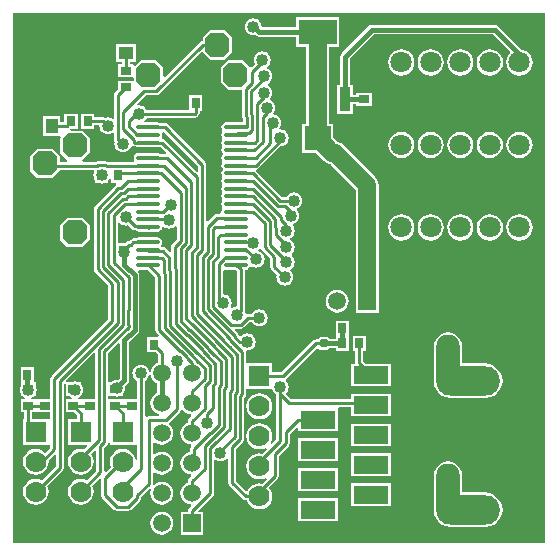
<source format=gtl>
%FSAX24Y24*%
%MOIN*%
G70*
G01*
G75*
G04 Layer_Physical_Order=1*
G04 Layer_Color=255*
%ADD10O,0.0787X0.0157*%
%ADD11R,0.0354X0.0276*%
G04:AMPARAMS|DCode=12|XSize=23.6mil|YSize=27.6mil|CornerRadius=3mil|HoleSize=0mil|Usage=FLASHONLY|Rotation=0.000|XOffset=0mil|YOffset=0mil|HoleType=Round|Shape=RoundedRectangle|*
%AMROUNDEDRECTD12*
21,1,0.0236,0.0217,0,0,0.0*
21,1,0.0177,0.0276,0,0,0.0*
1,1,0.0059,0.0089,-0.0108*
1,1,0.0059,-0.0089,-0.0108*
1,1,0.0059,-0.0089,0.0108*
1,1,0.0059,0.0089,0.0108*
%
%ADD12ROUNDEDRECTD12*%
%ADD13R,0.0276X0.0354*%
%ADD14R,0.0866X0.0787*%
%ADD15R,0.0512X0.0433*%
%ADD16R,0.0433X0.0512*%
%ADD17R,0.1181X0.0591*%
%ADD18R,0.0354X0.0827*%
%ADD19R,0.1260X0.0827*%
%ADD20C,0.0600*%
%ADD21C,0.0100*%
%ADD22C,0.0150*%
%ADD23R,0.0591X0.0591*%
%ADD24C,0.0591*%
%ADD25O,0.0787X0.2559*%
G04:AMPARAMS|DCode=26|XSize=157.5mil|YSize=118.1mil|CornerRadius=29.5mil|HoleSize=0mil|Usage=FLASHONLY|Rotation=0.000|XOffset=0mil|YOffset=0mil|HoleType=Round|Shape=RoundedRectangle|*
%AMROUNDEDRECTD26*
21,1,0.1575,0.0591,0,0,0.0*
21,1,0.0984,0.1181,0,0,0.0*
1,1,0.0591,0.0492,-0.0295*
1,1,0.0591,-0.0492,-0.0295*
1,1,0.0591,-0.0492,0.0295*
1,1,0.0591,0.0492,0.0295*
%
%ADD26ROUNDEDRECTD26*%
%ADD27O,0.0787X0.1969*%
%ADD28O,0.2126X0.0984*%
G04:AMPARAMS|DCode=29|XSize=236.2mil|YSize=98.4mil|CornerRadius=24.6mil|HoleSize=0mil|Usage=FLASHONLY|Rotation=0.000|XOffset=0mil|YOffset=0mil|HoleType=Round|Shape=RoundedRectangle|*
%AMROUNDEDRECTD29*
21,1,0.2362,0.0492,0,0,0.0*
21,1,0.1870,0.0984,0,0,0.0*
1,1,0.0492,0.0935,-0.0246*
1,1,0.0492,-0.0935,-0.0246*
1,1,0.0492,-0.0935,0.0246*
1,1,0.0492,0.0935,0.0246*
%
%ADD29ROUNDEDRECTD29*%
G04:AMPARAMS|DCode=30|XSize=82.7mil|YSize=82.7mil|CornerRadius=0mil|HoleSize=0mil|Usage=FLASHONLY|Rotation=270.000|XOffset=0mil|YOffset=0mil|HoleType=Round|Shape=Octagon|*
%AMOCTAGOND30*
4,1,8,-0.0207,-0.0413,0.0207,-0.0413,0.0413,-0.0207,0.0413,0.0207,0.0207,0.0413,-0.0207,0.0413,-0.0413,0.0207,-0.0413,-0.0207,-0.0207,-0.0413,0.0*
%
%ADD30OCTAGOND30*%

G04:AMPARAMS|DCode=31|XSize=82.7mil|YSize=82.7mil|CornerRadius=0mil|HoleSize=0mil|Usage=FLASHONLY|Rotation=180.000|XOffset=0mil|YOffset=0mil|HoleType=Round|Shape=Octagon|*
%AMOCTAGOND31*
4,1,8,-0.0413,0.0207,-0.0413,-0.0207,-0.0207,-0.0413,0.0207,-0.0413,0.0413,-0.0207,0.0413,0.0207,0.0207,0.0413,-0.0207,0.0413,-0.0413,0.0207,0.0*
%
%ADD31OCTAGOND31*%

%ADD32C,0.0709*%
%ADD33C,0.0600*%
%ADD34C,0.2500*%
%ADD35C,0.0700*%
%ADD36R,0.0700X0.0700*%
%ADD37R,0.0591X0.0591*%
%ADD38C,0.0500*%
%ADD39C,0.0400*%
G36*
X017717Y000000D02*
X000000D01*
Y017650D01*
X017717D01*
Y000000D01*
D02*
G37*
%LPC*%
G36*
X004950Y001029D02*
X004852Y001016D01*
X004761Y000978D01*
X004682Y000918D01*
X004622Y000839D01*
X004584Y000748D01*
X004571Y000650D01*
X004584Y000552D01*
X004622Y000461D01*
X004682Y000382D01*
X004761Y000322D01*
X004852Y000284D01*
X004950Y000271D01*
X005048Y000284D01*
X005139Y000322D01*
X005218Y000382D01*
X005278Y000461D01*
X005316Y000552D01*
X005329Y000650D01*
X005316Y000748D01*
X005278Y000839D01*
X005218Y000918D01*
X005139Y000978D01*
X005048Y001016D01*
X004950Y001029D01*
D02*
G37*
G36*
X010800Y008429D02*
X010702Y008416D01*
X010611Y008378D01*
X010532Y008318D01*
X010472Y008239D01*
X010434Y008148D01*
X010421Y008050D01*
X010434Y007952D01*
X010472Y007861D01*
X010532Y007782D01*
X010611Y007722D01*
X010702Y007684D01*
X010800Y007671D01*
X010898Y007684D01*
X010989Y007722D01*
X011068Y007782D01*
X011128Y007861D01*
X011166Y007952D01*
X011179Y008050D01*
X011166Y008148D01*
X011128Y008239D01*
X011068Y008318D01*
X010989Y008378D01*
X010898Y008416D01*
X010800Y008429D01*
D02*
G37*
G36*
X014490Y002712D02*
X014367Y002695D01*
X014251Y002648D01*
X014152Y002572D01*
X014076Y002473D01*
X014029Y002358D01*
X014012Y002234D01*
Y001106D01*
X014012Y001100D01*
X014012Y001094D01*
Y001053D01*
X014029Y000929D01*
X014076Y000814D01*
X014152Y000715D01*
X014178Y000695D01*
X014181Y000692D01*
X014300Y000600D01*
X014439Y000543D01*
X014589Y000523D01*
X015730D01*
X015880Y000543D01*
X016019Y000600D01*
X016138Y000692D01*
X016230Y000811D01*
X016288Y000951D01*
X016307Y001100D01*
X016288Y001249D01*
X016230Y001389D01*
X016138Y001508D01*
X016019Y001600D01*
X015880Y001657D01*
X015730Y001677D01*
X014968D01*
Y002234D01*
X014952Y002358D01*
X014904Y002473D01*
X014828Y002572D01*
X014729Y002648D01*
X014614Y002695D01*
X014490Y002712D01*
D02*
G37*
G36*
X013916Y010949D02*
X013802Y010934D01*
X013697Y010890D01*
X013606Y010820D01*
X013536Y010730D01*
X013493Y010624D01*
X013478Y010511D01*
X013493Y010397D01*
X013536Y010292D01*
X013606Y010201D01*
X013697Y010131D01*
X013802Y010087D01*
X013916Y010073D01*
X014029Y010087D01*
X014135Y010131D01*
X014226Y010201D01*
X014295Y010292D01*
X014339Y010397D01*
X014354Y010511D01*
X014339Y010624D01*
X014295Y010730D01*
X014226Y010820D01*
X014135Y010890D01*
X014029Y010934D01*
X013916Y010949D01*
D02*
G37*
G36*
X012931D02*
X012818Y010934D01*
X012712Y010890D01*
X012622Y010820D01*
X012552Y010730D01*
X012508Y010624D01*
X012493Y010511D01*
X012508Y010397D01*
X012552Y010292D01*
X012622Y010201D01*
X012712Y010131D01*
X012818Y010087D01*
X012931Y010073D01*
X013045Y010087D01*
X013151Y010131D01*
X013241Y010201D01*
X013311Y010292D01*
X013355Y010397D01*
X013370Y010511D01*
X013355Y010624D01*
X013311Y010730D01*
X013241Y010820D01*
X013151Y010890D01*
X013045Y010934D01*
X012931Y010949D01*
D02*
G37*
G36*
X002297Y010838D02*
X001803D01*
X001557Y010591D01*
Y010098D01*
X001803Y009851D01*
X002297D01*
X002543Y010098D01*
Y010591D01*
X002297Y010838D01*
D02*
G37*
G36*
X010835Y001481D02*
X009494D01*
Y000731D01*
X010835D01*
Y001481D01*
D02*
G37*
G36*
X012606Y002981D02*
X011265D01*
Y002231D01*
X012606D01*
Y002981D01*
D02*
G37*
G36*
X010450Y003482D02*
X010441Y003481D01*
X009494D01*
Y002731D01*
X010835D01*
Y003481D01*
X010459D01*
X010450Y003482D01*
D02*
G37*
G36*
X012606Y003969D02*
X011265D01*
Y003219D01*
X012606D01*
Y003969D01*
D02*
G37*
G36*
X010835Y002481D02*
X009494D01*
Y001731D01*
X010835D01*
Y002481D01*
D02*
G37*
G36*
X012606Y001981D02*
X011265D01*
Y001231D01*
X012606D01*
Y001981D01*
D02*
G37*
G36*
X011742Y006904D02*
X011307D01*
Y006390D01*
X011392D01*
Y006006D01*
X011362Y005969D01*
X011265D01*
Y005219D01*
X012606D01*
Y005969D01*
X011748D01*
X011657Y006060D01*
Y006390D01*
X011742D01*
Y006904D01*
D02*
G37*
G36*
X014490Y007012D02*
X014367Y006995D01*
X014251Y006948D01*
X014152Y006872D01*
X014076Y006773D01*
X014029Y006658D01*
X014012Y006534D01*
Y005406D01*
X014012Y005400D01*
X014012Y005394D01*
Y005353D01*
X014029Y005229D01*
X014076Y005114D01*
X014152Y005015D01*
X014178Y004995D01*
X014181Y004992D01*
X014300Y004900D01*
X014439Y004843D01*
X014589Y004823D01*
X015730D01*
X015880Y004843D01*
X016019Y004900D01*
X016138Y004992D01*
X016230Y005111D01*
X016288Y005251D01*
X016307Y005400D01*
X016288Y005549D01*
X016230Y005689D01*
X016138Y005808D01*
X016019Y005900D01*
X015880Y005957D01*
X015730Y005977D01*
X014968D01*
Y006534D01*
X014952Y006658D01*
X014904Y006773D01*
X014828Y006872D01*
X014729Y006948D01*
X014614Y006995D01*
X014490Y007012D01*
D02*
G37*
G36*
X014900Y010949D02*
X014787Y010934D01*
X014681Y010890D01*
X014590Y010820D01*
X014521Y010730D01*
X014477Y010624D01*
X014462Y010511D01*
X014477Y010397D01*
X014521Y010292D01*
X014590Y010201D01*
X014681Y010131D01*
X014787Y010087D01*
X014900Y010073D01*
X015013Y010087D01*
X015119Y010131D01*
X015210Y010201D01*
X015279Y010292D01*
X015323Y010397D01*
X015338Y010511D01*
X015323Y010624D01*
X015279Y010730D01*
X015210Y010820D01*
X015119Y010890D01*
X015013Y010934D01*
X014900Y010949D01*
D02*
G37*
G36*
X013916Y016449D02*
X013802Y016434D01*
X013697Y016390D01*
X013606Y016320D01*
X013536Y016230D01*
X013493Y016124D01*
X013478Y016011D01*
X013493Y015897D01*
X013536Y015792D01*
X013606Y015701D01*
X013697Y015631D01*
X013802Y015587D01*
X013916Y015573D01*
X014029Y015587D01*
X014135Y015631D01*
X014226Y015701D01*
X014295Y015792D01*
X014339Y015897D01*
X014354Y016011D01*
X014339Y016124D01*
X014295Y016230D01*
X014226Y016320D01*
X014135Y016390D01*
X014029Y016434D01*
X013916Y016449D01*
D02*
G37*
G36*
X012931D02*
X012818Y016434D01*
X012712Y016390D01*
X012622Y016320D01*
X012552Y016230D01*
X012508Y016124D01*
X012493Y016011D01*
X012508Y015897D01*
X012552Y015792D01*
X012622Y015701D01*
X012712Y015631D01*
X012818Y015587D01*
X012931Y015573D01*
X013045Y015587D01*
X013151Y015631D01*
X013241Y015701D01*
X013311Y015792D01*
X013355Y015897D01*
X013370Y016011D01*
X013355Y016124D01*
X013311Y016230D01*
X013241Y016320D01*
X013151Y016390D01*
X013045Y016434D01*
X012931Y016449D01*
D02*
G37*
G36*
X007052Y017093D02*
X006559D01*
X006312Y016847D01*
Y016733D01*
X006309D01*
X006259Y016722D01*
X006216Y016694D01*
X005045Y015523D01*
X004999Y015542D01*
Y015847D01*
X004752Y016093D01*
X004259D01*
X004054Y015889D01*
X004004Y015909D01*
Y015945D01*
X003883D01*
Y016029D01*
X004086D01*
Y016623D01*
X003414D01*
Y016029D01*
X003617D01*
Y015945D01*
X003490D01*
Y015509D01*
X003962D01*
X004004Y015509D01*
X004012Y015462D01*
Y015440D01*
X004004Y015393D01*
X003988Y015393D01*
X003490D01*
Y015106D01*
X003396Y015012D01*
X003368Y014969D01*
X003357Y014919D01*
Y014157D01*
X003307Y014132D01*
X003291Y014145D01*
X003223Y014173D01*
X003150Y014182D01*
X003077Y014173D01*
X003059Y014166D01*
X003054Y014169D01*
X003003Y014179D01*
X002692D01*
Y014304D01*
X002257D01*
Y013790D01*
X002692D01*
Y013914D01*
X002855D01*
X002868Y013900D01*
X002877Y013827D01*
X002905Y013759D01*
X002950Y013700D01*
X003009Y013655D01*
X003077Y013627D01*
X003150Y013618D01*
X003223Y013627D01*
X003291Y013655D01*
X003307Y013668D01*
X003357Y013643D01*
Y013440D01*
X003368Y013389D01*
X003378Y013374D01*
X003377Y013373D01*
X003368Y013300D01*
X003377Y013227D01*
X003405Y013159D01*
X003450Y013100D01*
X003509Y013055D01*
X003577Y013027D01*
X003650Y013018D01*
X003723Y013027D01*
X003791Y013055D01*
X003850Y013100D01*
X003895Y013159D01*
X003913Y013203D01*
X003964Y013224D01*
X003973Y013223D01*
X003979Y013219D01*
X004030Y013209D01*
X004091D01*
X004116Y013192D01*
X004178Y013179D01*
X004808D01*
X004870Y013192D01*
X004896Y013209D01*
X004904D01*
X005100Y013012D01*
X005080Y012962D01*
X004896D01*
X004870Y012979D01*
X004808Y012991D01*
X004178D01*
X004116Y012979D01*
X004064Y012944D01*
X004029Y012891D01*
X004017Y012830D01*
X004029Y012768D01*
X004036Y012756D01*
X004010Y012706D01*
X003131D01*
X003084Y012716D01*
X002810D01*
X002762Y012706D01*
X002309D01*
X002302Y012756D01*
X002543Y012998D01*
Y013491D01*
X002297Y013738D01*
X001918D01*
X001893Y013788D01*
X001894Y013790D01*
X002141D01*
Y014304D01*
X001705D01*
Y014033D01*
X001571D01*
Y014236D01*
X000977D01*
Y013564D01*
X001522D01*
X001522D01*
X001525Y013564D01*
X001544D01*
X001579Y013522D01*
X001578Y013513D01*
X001578Y013512D01*
X001557Y013491D01*
Y012998D01*
X001798Y012756D01*
X001791Y012706D01*
X001543D01*
Y012891D01*
X001297Y013138D01*
X000803D01*
X000557Y012891D01*
Y012398D01*
X000803Y012151D01*
X001297D01*
X001543Y012398D01*
Y012441D01*
X002684D01*
X002702Y012394D01*
X002674Y012326D01*
X002664Y012253D01*
X002674Y012180D01*
X002702Y012112D01*
X002708Y012105D01*
Y011996D01*
X002836D01*
X002874Y011980D01*
X002947Y011971D01*
X003020Y011980D01*
X003058Y011996D01*
X003143D01*
Y012051D01*
X003147Y012053D01*
X003191Y012112D01*
X003209Y012154D01*
X003259Y012144D01*
Y011996D01*
X003422D01*
X003437Y011946D01*
X003410Y011928D01*
X002716Y011234D01*
X002688Y011191D01*
X002677Y011140D01*
Y009114D01*
X002688Y009064D01*
X002716Y009021D01*
X003169Y008568D01*
Y007985D01*
X003167Y007976D01*
Y007455D01*
X001276Y005564D01*
X001248Y005521D01*
X001237Y005470D01*
Y004791D01*
X000796D01*
Y004791D01*
X000760D01*
Y004791D01*
X000616D01*
X000606Y004841D01*
X000641Y004855D01*
X000700Y004900D01*
X000705Y004907D01*
X000760D01*
Y004997D01*
X000773Y005027D01*
X000782Y005100D01*
X000773Y005173D01*
X000760Y005203D01*
Y005342D01*
X000691D01*
Y005854D01*
X000255D01*
Y005342D01*
X000246D01*
Y005218D01*
X000227Y005173D01*
X000218Y005100D01*
X000227Y005027D01*
X000246Y004982D01*
Y004907D01*
X000295D01*
X000300Y004900D01*
X000359Y004855D01*
X000394Y004841D01*
X000384Y004791D01*
X000246D01*
Y004355D01*
X000371D01*
Y004130D01*
X000320D01*
Y003270D01*
X001180D01*
Y004130D01*
X000636D01*
Y004355D01*
X000760D01*
Y004355D01*
X000796D01*
Y004355D01*
X001237D01*
Y003175D01*
X001068Y003006D01*
X001057Y003007D01*
X000967Y003076D01*
X000862Y003119D01*
X000750Y003134D01*
X000638Y003119D01*
X000533Y003076D01*
X000443Y003007D01*
X000374Y002917D01*
X000331Y002812D01*
X000316Y002700D01*
X000331Y002588D01*
X000374Y002483D01*
X000443Y002393D01*
X000533Y002324D01*
X000638Y002281D01*
X000750Y002266D01*
X000862Y002281D01*
X000967Y002324D01*
X001057Y002393D01*
X001126Y002483D01*
X001169Y002588D01*
X001184Y002700D01*
X001178Y002741D01*
X001371Y002934D01*
X001417Y002915D01*
Y002555D01*
X000947Y002084D01*
X000862Y002119D01*
X000750Y002134D01*
X000638Y002119D01*
X000533Y002076D01*
X000443Y002007D01*
X000374Y001917D01*
X000331Y001812D01*
X000316Y001700D01*
X000331Y001588D01*
X000374Y001483D01*
X000443Y001393D01*
X000533Y001324D01*
X000638Y001281D01*
X000750Y001266D01*
X000862Y001281D01*
X000967Y001324D01*
X001057Y001393D01*
X001126Y001483D01*
X001169Y001588D01*
X001184Y001700D01*
X001169Y001812D01*
X001134Y001897D01*
X001644Y002406D01*
X001672Y002449D01*
X001683Y002500D01*
Y005317D01*
X001696Y005324D01*
X001746Y005294D01*
Y005293D01*
Y005293D01*
Y004907D01*
X001845D01*
X001850Y004900D01*
X001909Y004855D01*
X001944Y004841D01*
X001934Y004791D01*
X001746D01*
Y004355D01*
X002033D01*
X002117Y004271D01*
Y004130D01*
X001820D01*
Y003270D01*
X002451D01*
X002470Y003224D01*
X002364Y003118D01*
X002362Y003119D01*
X002250Y003134D01*
X002138Y003119D01*
X002033Y003076D01*
X001943Y003007D01*
X001874Y002917D01*
X001831Y002812D01*
X001816Y002700D01*
X001831Y002588D01*
X001874Y002483D01*
X001943Y002393D01*
X002033Y002324D01*
X002138Y002281D01*
X002250Y002266D01*
X002362Y002281D01*
X002467Y002324D01*
X002557Y002393D01*
X002626Y002483D01*
X002669Y002588D01*
X002684Y002700D01*
X002669Y002812D01*
X002626Y002917D01*
X002588Y002966D01*
X002721Y003100D01*
X002767Y003081D01*
Y002405D01*
X002447Y002084D01*
X002362Y002119D01*
X002250Y002134D01*
X002138Y002119D01*
X002033Y002076D01*
X001943Y002007D01*
X001874Y001917D01*
X001831Y001812D01*
X001816Y001700D01*
X001831Y001588D01*
X001874Y001483D01*
X001943Y001393D01*
X002033Y001324D01*
X002138Y001281D01*
X002250Y001266D01*
X002362Y001281D01*
X002467Y001324D01*
X002557Y001393D01*
X002626Y001483D01*
X002669Y001588D01*
X002684Y001700D01*
X002669Y001812D01*
X002634Y001897D01*
X002867Y002130D01*
X002917Y002109D01*
Y001600D01*
X002928Y001549D01*
X002956Y001506D01*
X003356Y001106D01*
X003399Y001078D01*
X003450Y001067D01*
X003829D01*
X003880Y001078D01*
X003923Y001106D01*
X004224Y001407D01*
X004252Y001450D01*
X004263Y001501D01*
Y001525D01*
X004562Y001825D01*
X004604Y001796D01*
X004584Y001748D01*
X004571Y001650D01*
X004584Y001552D01*
X004622Y001461D01*
X004682Y001382D01*
X004761Y001322D01*
X004852Y001284D01*
X004950Y001271D01*
X005048Y001284D01*
X005139Y001322D01*
X005218Y001382D01*
X005278Y001461D01*
X005316Y001552D01*
X005329Y001650D01*
X005316Y001748D01*
X005278Y001839D01*
X005218Y001918D01*
X005139Y001978D01*
X005048Y002016D01*
X004950Y002029D01*
X004852Y002016D01*
X004761Y001978D01*
X004700Y001931D01*
X004654Y001959D01*
X004657Y001975D01*
Y002339D01*
X004707Y002363D01*
X004761Y002322D01*
X004852Y002284D01*
X004950Y002271D01*
X005048Y002284D01*
X005139Y002322D01*
X005218Y002382D01*
X005278Y002461D01*
X005316Y002552D01*
X005329Y002650D01*
X005316Y002748D01*
X005278Y002839D01*
X005218Y002918D01*
X005139Y002978D01*
X005048Y003016D01*
X004950Y003029D01*
X004852Y003016D01*
X004761Y002978D01*
X004707Y002937D01*
X004657Y002961D01*
Y003339D01*
X004707Y003363D01*
X004761Y003322D01*
X004852Y003284D01*
X004950Y003271D01*
X005048Y003284D01*
X005139Y003322D01*
X005218Y003382D01*
X005278Y003461D01*
X005316Y003552D01*
X005329Y003650D01*
X005316Y003748D01*
X005278Y003839D01*
X005218Y003918D01*
X005187Y003941D01*
X005189Y004003D01*
X005194Y004006D01*
X005544Y004356D01*
X005572Y004399D01*
X005580Y004438D01*
X005584Y004440D01*
X005619Y004449D01*
X005632Y004448D01*
X005682Y004382D01*
X005761Y004322D01*
X005852Y004284D01*
X005919Y004276D01*
X005937Y004223D01*
X005856Y004142D01*
X005828Y004099D01*
X005817Y004049D01*
Y004001D01*
X005761Y003978D01*
X005682Y003918D01*
X005622Y003839D01*
X005584Y003748D01*
X005571Y003650D01*
X005584Y003552D01*
X005622Y003461D01*
X005682Y003382D01*
X005761Y003322D01*
X005852Y003284D01*
X005919Y003276D01*
X005937Y003223D01*
X005922Y003208D01*
X005893Y003165D01*
X005883Y003114D01*
Y003020D01*
X005852Y003016D01*
X005761Y002978D01*
X005682Y002918D01*
X005622Y002839D01*
X005584Y002748D01*
X005571Y002650D01*
X005584Y002552D01*
X005622Y002461D01*
X005682Y002382D01*
X005761Y002322D01*
X005852Y002284D01*
X005919Y002276D01*
X005937Y002223D01*
X005856Y002142D01*
X005828Y002099D01*
X005817Y002049D01*
Y002001D01*
X005761Y001978D01*
X005682Y001918D01*
X005622Y001839D01*
X005584Y001748D01*
X005571Y001650D01*
X005584Y001552D01*
X005622Y001461D01*
X005682Y001382D01*
X005761Y001322D01*
X005852Y001284D01*
X005919Y001276D01*
X005937Y001223D01*
X005856Y001142D01*
X005828Y001099D01*
X005817Y001049D01*
Y001025D01*
X005575D01*
Y000275D01*
X006325D01*
Y001025D01*
X006179D01*
X006160Y001071D01*
X006649Y001560D01*
X006678Y001603D01*
X006688Y001654D01*
Y002747D01*
X006738Y002772D01*
X006759Y002755D01*
X006827Y002727D01*
X006900Y002718D01*
X006973Y002727D01*
X007041Y002755D01*
X007100Y002800D01*
X007117Y002823D01*
X007167Y002806D01*
Y002000D01*
X007178Y001949D01*
X007206Y001906D01*
X007656Y001456D01*
X007699Y001428D01*
X007750Y001417D01*
X007789D01*
X007824Y001333D01*
X007893Y001243D01*
X007983Y001174D01*
X008088Y001131D01*
X008200Y001116D01*
X008312Y001131D01*
X008417Y001174D01*
X008507Y001243D01*
X008576Y001333D01*
X008619Y001438D01*
X008634Y001550D01*
X008619Y001662D01*
X008576Y001767D01*
X008523Y001835D01*
X008804Y002116D01*
X008832Y002159D01*
X008843Y002210D01*
Y002901D01*
X009174Y003232D01*
X009202Y003275D01*
X009213Y003325D01*
Y003625D01*
X009447Y003860D01*
X009494Y003841D01*
Y003731D01*
X010835D01*
Y004481D01*
X010868Y004517D01*
X011265D01*
Y004219D01*
X012606D01*
Y004969D01*
X011265D01*
Y004783D01*
X009255D01*
X009091Y004946D01*
X009094Y004996D01*
X009100Y005000D01*
X009145Y005059D01*
X009173Y005127D01*
X009182Y005200D01*
X009173Y005273D01*
X009145Y005341D01*
X009100Y005400D01*
X009089Y005408D01*
X009096Y005466D01*
X010107Y006478D01*
X010170Y006470D01*
X010175Y006463D01*
X010211Y006439D01*
X010254Y006430D01*
X010431D01*
X010473Y006439D01*
X010510Y006463D01*
X010527Y006489D01*
X010755D01*
Y006390D01*
X011191D01*
Y006890D01*
Y007404D01*
X010755D01*
Y006890D01*
Y006805D01*
X010531D01*
X010510Y006837D01*
X010473Y006861D01*
X010431Y006870D01*
X010254D01*
X010211Y006861D01*
X010175Y006837D01*
X010150Y006801D01*
X010147Y006783D01*
X010092D01*
X010041Y006772D01*
X009998Y006744D01*
X008937Y005683D01*
X008630D01*
Y005980D01*
X007770D01*
X007768Y006029D01*
Y006348D01*
X007763Y006372D01*
X007800Y006417D01*
X007801Y006418D01*
X007873Y006427D01*
X007941Y006455D01*
X008000Y006500D01*
X008045Y006559D01*
X008073Y006627D01*
X008082Y006700D01*
X008073Y006773D01*
X008045Y006841D01*
X008000Y006900D01*
X007941Y006945D01*
X007873Y006973D01*
X007800Y006982D01*
X007727Y006973D01*
X007659Y006945D01*
X007600Y006900D01*
X007592Y006889D01*
X007542Y006886D01*
X007528Y006900D01*
X007522Y006929D01*
X007494Y006972D01*
X007375Y007091D01*
X007394Y007137D01*
X007587D01*
X007637Y007148D01*
X007680Y007176D01*
X007872Y007367D01*
X007952D01*
X007955Y007359D01*
X008000Y007300D01*
X008059Y007255D01*
X008127Y007227D01*
X008200Y007218D01*
X008273Y007227D01*
X008341Y007255D01*
X008400Y007300D01*
X008445Y007359D01*
X008473Y007427D01*
X008482Y007500D01*
X008473Y007573D01*
X008445Y007641D01*
X008400Y007700D01*
X008341Y007745D01*
X008273Y007773D01*
X008200Y007782D01*
X008127Y007773D01*
X008059Y007745D01*
X008000Y007700D01*
X007955Y007641D01*
X007952Y007633D01*
X007817D01*
X007780Y007625D01*
X007726Y007651D01*
X007723Y007673D01*
X007712Y007700D01*
X007719Y007737D01*
Y009085D01*
X007722D01*
X007784Y009097D01*
X007836Y009132D01*
X007871Y009185D01*
X007875Y009206D01*
X007931Y009227D01*
X007959Y009205D01*
X008027Y009177D01*
X008100Y009168D01*
X008173Y009177D01*
X008241Y009205D01*
X008300Y009250D01*
X008345Y009309D01*
X008373Y009377D01*
X008382Y009450D01*
X008373Y009523D01*
X008345Y009591D01*
X008300Y009650D01*
X008241Y009695D01*
X008173Y009723D01*
X008161Y009775D01*
X008194Y009800D01*
X008204Y009812D01*
X008257Y009800D01*
X008258Y009798D01*
X008286Y009755D01*
X008567Y009474D01*
Y009200D01*
X008578Y009149D01*
X008606Y009106D01*
X008781Y008932D01*
X008777Y008923D01*
X008768Y008850D01*
X008777Y008777D01*
X008805Y008709D01*
X008850Y008650D01*
X008909Y008605D01*
X008977Y008577D01*
X009050Y008568D01*
X009123Y008577D01*
X009191Y008605D01*
X009250Y008650D01*
X009295Y008709D01*
X009323Y008777D01*
X009332Y008850D01*
X009323Y008923D01*
X009295Y008991D01*
X009250Y009050D01*
X009240Y009057D01*
X009250Y009112D01*
X009300Y009150D01*
X009345Y009209D01*
X009373Y009277D01*
X009382Y009350D01*
X009373Y009423D01*
X009345Y009491D01*
X009300Y009550D01*
X009275Y009568D01*
Y009632D01*
X009300Y009650D01*
X009345Y009709D01*
X009373Y009777D01*
X009382Y009850D01*
X009373Y009923D01*
X009345Y009991D01*
X009300Y010050D01*
X009241Y010095D01*
X009233Y010098D01*
Y010152D01*
X009241Y010155D01*
X009300Y010200D01*
X009345Y010259D01*
X009373Y010327D01*
X009382Y010400D01*
X009373Y010473D01*
X009345Y010541D01*
X009318Y010576D01*
X009320Y010595D01*
X009336Y010632D01*
X009391Y010655D01*
X009450Y010700D01*
X009495Y010759D01*
X009523Y010827D01*
X009532Y010900D01*
X009523Y010973D01*
X009495Y011041D01*
X009459Y011088D01*
X009463Y011130D01*
X009470Y011147D01*
X009491Y011155D01*
X009550Y011200D01*
X009595Y011259D01*
X009623Y011327D01*
X009632Y011400D01*
X009623Y011473D01*
X009595Y011541D01*
X009550Y011600D01*
X009491Y011645D01*
X009423Y011673D01*
X009350Y011682D01*
X009277Y011673D01*
X009209Y011645D01*
X009150Y011600D01*
X009105Y011541D01*
X009102Y011533D01*
X008955D01*
X008093Y012394D01*
X008108Y012448D01*
X008124Y012451D01*
X008167Y012480D01*
X008906Y013218D01*
X008973Y013227D01*
X009041Y013255D01*
X009100Y013300D01*
X009145Y013359D01*
X009173Y013427D01*
X009182Y013500D01*
X009173Y013573D01*
X009145Y013641D01*
X009100Y013700D01*
X009041Y013745D01*
X008973Y013773D01*
X008900Y013782D01*
X008899Y013782D01*
X008872Y013829D01*
X008895Y013859D01*
X008923Y013927D01*
X008932Y014000D01*
X008923Y014073D01*
X008895Y014141D01*
X008850Y014200D01*
X008791Y014245D01*
X008723Y014273D01*
X008695Y014277D01*
X008672Y014330D01*
X008695Y014359D01*
X008723Y014427D01*
X008732Y014500D01*
X008723Y014573D01*
X008695Y014641D01*
X008650Y014700D01*
X008591Y014745D01*
X008570Y014753D01*
X008563Y014770D01*
X008559Y014812D01*
X008595Y014859D01*
X008623Y014927D01*
X008632Y015000D01*
X008623Y015073D01*
X008595Y015141D01*
X008550Y015200D01*
X008491Y015245D01*
X008483Y015248D01*
Y015302D01*
X008491Y015305D01*
X008550Y015350D01*
X008595Y015409D01*
X008623Y015477D01*
X008632Y015550D01*
X008623Y015623D01*
X008595Y015691D01*
X008550Y015750D01*
X008491Y015795D01*
X008458Y015808D01*
X008453Y015824D01*
X008453Y015865D01*
X008500Y015900D01*
X008545Y015959D01*
X008573Y016027D01*
X008582Y016100D01*
X008573Y016173D01*
X008545Y016241D01*
X008500Y016300D01*
X008441Y016345D01*
X008373Y016373D01*
X008300Y016382D01*
X008227Y016373D01*
X008159Y016345D01*
X008100Y016300D01*
X008055Y016241D01*
X008027Y016173D01*
X008018Y016100D01*
X008027Y016027D01*
X008055Y015959D01*
X007947Y015851D01*
X007889Y015856D01*
X007652Y016093D01*
X007159D01*
X006912Y015847D01*
Y015353D01*
X007159Y015107D01*
X007627D01*
Y014214D01*
X007638Y014163D01*
X007647Y014149D01*
Y014015D01*
X007092D01*
X007030Y014003D01*
X006977Y013968D01*
X006942Y013915D01*
X006930Y013853D01*
X006942Y013791D01*
X006962Y013762D01*
X006973Y013725D01*
X006962Y013689D01*
X006942Y013659D01*
X006930Y013597D01*
X006942Y013535D01*
X006962Y013506D01*
X006973Y013469D01*
X006962Y013433D01*
X006942Y013403D01*
X006930Y013341D01*
X006942Y013279D01*
X006962Y013250D01*
X006973Y013213D01*
X006962Y013177D01*
X006942Y013147D01*
X006930Y013085D01*
X006942Y013024D01*
X006977Y012971D01*
Y012944D01*
X006942Y012891D01*
X006930Y012830D01*
X006942Y012768D01*
X006962Y012738D01*
X006973Y012702D01*
X006962Y012665D01*
X006942Y012636D01*
X006930Y012574D01*
X006942Y012512D01*
X006977Y012459D01*
Y012432D01*
X006942Y012380D01*
X006930Y012318D01*
X006942Y012256D01*
X006962Y012226D01*
X006973Y012190D01*
X006962Y012153D01*
X006942Y012124D01*
X006930Y012062D01*
X006942Y012000D01*
X006962Y011970D01*
X006973Y011934D01*
X006962Y011897D01*
X006942Y011868D01*
X006930Y011806D01*
X006942Y011744D01*
X006962Y011714D01*
X006973Y011678D01*
X006962Y011642D01*
X006942Y011612D01*
X006930Y011550D01*
X006942Y011488D01*
X006962Y011458D01*
X006973Y011422D01*
X006962Y011386D01*
X006942Y011356D01*
X006930Y011294D01*
X006942Y011232D01*
X006962Y011203D01*
X006973Y011166D01*
X006962Y011130D01*
X006942Y011100D01*
X006930Y011038D01*
X006933Y011023D01*
X006892Y010973D01*
X006785D01*
X006735Y010962D01*
X006692Y010934D01*
X006479Y010721D01*
X006433Y010740D01*
Y012600D01*
X006422Y012651D01*
X006394Y012694D01*
X005141Y013947D01*
X005098Y013976D01*
X005047Y013986D01*
X004896D01*
X004870Y014003D01*
X004808Y014015D01*
X004369D01*
X004354Y014065D01*
X004400Y014100D01*
X004445Y014159D01*
X004448Y014167D01*
X006050D01*
X006101Y014178D01*
X006144Y014206D01*
X006170Y014233D01*
X006199Y014276D01*
X006209Y014327D01*
Y014396D01*
X006295D01*
Y014910D01*
X005859D01*
Y014433D01*
X004448D01*
X004445Y014441D01*
X004400Y014500D01*
X004341Y014545D01*
X004273Y014573D01*
X004200Y014582D01*
X004132Y014573D01*
X004128Y014577D01*
X004118Y014631D01*
X004412Y014924D01*
X004766D01*
X004817Y014934D01*
X004860Y014963D01*
X006268Y016371D01*
X006312Y016353D01*
X006559Y016107D01*
X007052D01*
X007299Y016353D01*
Y016847D01*
X007052Y017093D01*
D02*
G37*
G36*
X014900Y016449D02*
X014787Y016434D01*
X014681Y016390D01*
X014590Y016320D01*
X014521Y016230D01*
X014477Y016124D01*
X014462Y016011D01*
X014477Y015897D01*
X014521Y015792D01*
X014590Y015701D01*
X014681Y015631D01*
X014787Y015587D01*
X014900Y015573D01*
X015013Y015587D01*
X015119Y015631D01*
X015210Y015701D01*
X015279Y015792D01*
X015323Y015897D01*
X015338Y016011D01*
X015323Y016124D01*
X015279Y016230D01*
X015210Y016320D01*
X015119Y016390D01*
X015013Y016434D01*
X014900Y016449D01*
D02*
G37*
G36*
X010860Y017515D02*
X009440D01*
Y017180D01*
X008300D01*
X008282Y017200D01*
X008273Y017273D01*
X008245Y017341D01*
X008200Y017400D01*
X008141Y017445D01*
X008073Y017473D01*
X008000Y017482D01*
X007927Y017473D01*
X007859Y017445D01*
X007800Y017400D01*
X007755Y017341D01*
X007727Y017273D01*
X007718Y017200D01*
X007727Y017127D01*
X007755Y017059D01*
X007800Y017000D01*
X007859Y016955D01*
X007927Y016927D01*
X008000Y016918D01*
X008052Y016924D01*
X008066Y016910D01*
X008117Y016876D01*
X008178Y016864D01*
X009440D01*
Y016529D01*
X009767D01*
Y014778D01*
Y013954D01*
X009637D01*
Y013006D01*
X010082D01*
X010365Y012723D01*
X010445Y012662D01*
X010472Y012651D01*
X010537Y012624D01*
X010573Y012619D01*
X011417Y011775D01*
Y008050D01*
X011425Y007989D01*
Y007675D01*
X011739D01*
X011800Y007667D01*
X011861Y007675D01*
X012175D01*
Y007989D01*
X012183Y008050D01*
Y011934D01*
X012170Y012033D01*
X012132Y012126D01*
X012071Y012205D01*
X011012Y013265D01*
X010932Y013326D01*
X010840Y013364D01*
X010803Y013369D01*
X010663Y013509D01*
Y013954D01*
X010533D01*
Y014778D01*
Y016529D01*
X010860D01*
Y017515D01*
D02*
G37*
G36*
X016050Y017258D02*
X011950D01*
X011890Y017246D01*
X011838Y017212D01*
X010944Y016317D01*
X010910Y016266D01*
X010897Y016206D01*
Y015271D01*
X010798D01*
Y014285D01*
X011313D01*
Y014620D01*
X011440D01*
Y014559D01*
X011954D01*
Y014995D01*
X011440D01*
Y014936D01*
X011313D01*
Y015271D01*
X011214D01*
Y016140D01*
X012015Y016942D01*
X015985D01*
X016562Y016365D01*
X016559Y016320D01*
X016489Y016230D01*
X016445Y016124D01*
X016430Y016011D01*
X016445Y015897D01*
X016489Y015792D01*
X016559Y015701D01*
X016649Y015631D01*
X016755Y015587D01*
X016869Y015573D01*
X016982Y015587D01*
X017088Y015631D01*
X017178Y015701D01*
X017248Y015792D01*
X017292Y015897D01*
X017307Y016011D01*
X017292Y016124D01*
X017248Y016230D01*
X017178Y016320D01*
X017088Y016390D01*
X016982Y016434D01*
X016933Y016440D01*
X016162Y017212D01*
X016110Y017246D01*
X016050Y017258D01*
D02*
G37*
G36*
X015884Y016449D02*
X015771Y016434D01*
X015665Y016390D01*
X015574Y016320D01*
X015505Y016230D01*
X015461Y016124D01*
X015446Y016011D01*
X015461Y015897D01*
X015505Y015792D01*
X015574Y015701D01*
X015665Y015631D01*
X015771Y015587D01*
X015884Y015573D01*
X015998Y015587D01*
X016103Y015631D01*
X016194Y015701D01*
X016264Y015792D01*
X016307Y015897D01*
X016322Y016011D01*
X016307Y016124D01*
X016264Y016230D01*
X016194Y016320D01*
X016103Y016390D01*
X015998Y016434D01*
X015884Y016449D01*
D02*
G37*
G36*
X012931Y013699D02*
X012818Y013684D01*
X012712Y013640D01*
X012622Y013570D01*
X012552Y013480D01*
X012508Y013374D01*
X012493Y013261D01*
X012508Y013147D01*
X012552Y013042D01*
X012622Y012951D01*
X012712Y012881D01*
X012818Y012837D01*
X012931Y012823D01*
X013045Y012837D01*
X013151Y012881D01*
X013241Y012951D01*
X013311Y013042D01*
X013355Y013147D01*
X013370Y013261D01*
X013355Y013374D01*
X013311Y013480D01*
X013241Y013570D01*
X013151Y013640D01*
X013045Y013684D01*
X012931Y013699D01*
D02*
G37*
G36*
X016869Y010949D02*
X016755Y010934D01*
X016649Y010890D01*
X016559Y010820D01*
X016489Y010730D01*
X016445Y010624D01*
X016430Y010511D01*
X016445Y010397D01*
X016489Y010292D01*
X016559Y010201D01*
X016649Y010131D01*
X016755Y010087D01*
X016869Y010073D01*
X016982Y010087D01*
X017088Y010131D01*
X017178Y010201D01*
X017248Y010292D01*
X017292Y010397D01*
X017307Y010511D01*
X017292Y010624D01*
X017248Y010730D01*
X017178Y010820D01*
X017088Y010890D01*
X016982Y010934D01*
X016869Y010949D01*
D02*
G37*
G36*
X015884D02*
X015771Y010934D01*
X015665Y010890D01*
X015574Y010820D01*
X015505Y010730D01*
X015461Y010624D01*
X015446Y010511D01*
X015461Y010397D01*
X015505Y010292D01*
X015574Y010201D01*
X015665Y010131D01*
X015771Y010087D01*
X015884Y010073D01*
X015998Y010087D01*
X016103Y010131D01*
X016194Y010201D01*
X016264Y010292D01*
X016307Y010397D01*
X016322Y010511D01*
X016307Y010624D01*
X016264Y010730D01*
X016194Y010820D01*
X016103Y010890D01*
X015998Y010934D01*
X015884Y010949D01*
D02*
G37*
G36*
X013916Y013699D02*
X013802Y013684D01*
X013697Y013640D01*
X013606Y013570D01*
X013536Y013480D01*
X013493Y013374D01*
X013478Y013261D01*
X013493Y013147D01*
X013536Y013042D01*
X013606Y012951D01*
X013697Y012881D01*
X013802Y012837D01*
X013916Y012823D01*
X014029Y012837D01*
X014135Y012881D01*
X014226Y012951D01*
X014295Y013042D01*
X014339Y013147D01*
X014354Y013261D01*
X014339Y013374D01*
X014295Y013480D01*
X014226Y013570D01*
X014135Y013640D01*
X014029Y013684D01*
X013916Y013699D01*
D02*
G37*
G36*
X016869D02*
X016755Y013684D01*
X016649Y013640D01*
X016559Y013570D01*
X016489Y013480D01*
X016445Y013374D01*
X016430Y013261D01*
X016445Y013147D01*
X016489Y013042D01*
X016559Y012951D01*
X016649Y012881D01*
X016755Y012837D01*
X016869Y012823D01*
X016982Y012837D01*
X017088Y012881D01*
X017178Y012951D01*
X017248Y013042D01*
X017292Y013147D01*
X017307Y013261D01*
X017292Y013374D01*
X017248Y013480D01*
X017178Y013570D01*
X017088Y013640D01*
X016982Y013684D01*
X016869Y013699D01*
D02*
G37*
G36*
X015884D02*
X015771Y013684D01*
X015665Y013640D01*
X015574Y013570D01*
X015505Y013480D01*
X015461Y013374D01*
X015446Y013261D01*
X015461Y013147D01*
X015505Y013042D01*
X015574Y012951D01*
X015665Y012881D01*
X015771Y012837D01*
X015884Y012823D01*
X015998Y012837D01*
X016103Y012881D01*
X016194Y012951D01*
X016264Y013042D01*
X016307Y013147D01*
X016322Y013261D01*
X016307Y013374D01*
X016264Y013480D01*
X016194Y013570D01*
X016103Y013640D01*
X015998Y013684D01*
X015884Y013699D01*
D02*
G37*
G36*
X014900D02*
X014787Y013684D01*
X014681Y013640D01*
X014590Y013570D01*
X014521Y013480D01*
X014477Y013374D01*
X014462Y013261D01*
X014477Y013147D01*
X014521Y013042D01*
X014590Y012951D01*
X014681Y012881D01*
X014787Y012837D01*
X014900Y012823D01*
X015013Y012837D01*
X015119Y012881D01*
X015210Y012951D01*
X015279Y013042D01*
X015323Y013147D01*
X015338Y013261D01*
X015323Y013374D01*
X015279Y013480D01*
X015210Y013570D01*
X015119Y013640D01*
X015013Y013684D01*
X014900Y013699D01*
D02*
G37*
%LPD*%
G36*
X003220Y003333D02*
Y003270D01*
X004080D01*
Y003270D01*
X004128Y003265D01*
Y002748D01*
X004078Y002745D01*
X004069Y002812D01*
X004026Y002917D01*
X003957Y003007D01*
X003867Y003076D01*
X003762Y003119D01*
X003650Y003134D01*
X003538Y003119D01*
X003433Y003076D01*
X003343Y003007D01*
X003274Y002917D01*
X003231Y002812D01*
X003216Y002700D01*
X003231Y002588D01*
X003251Y002539D01*
X003083Y002370D01*
X003033Y002391D01*
Y003157D01*
X003134Y003258D01*
X003163Y003301D01*
X003170Y003338D01*
X003220Y003333D01*
D02*
G37*
G36*
X007033Y009097D02*
X007092Y009085D01*
X007427D01*
X007454Y009058D01*
Y007886D01*
X007450Y007882D01*
X007377Y007873D01*
X007309Y007845D01*
X007279Y007822D01*
X007244Y007858D01*
X007245Y007859D01*
X007273Y007927D01*
X007282Y008000D01*
X007273Y008073D01*
X007245Y008141D01*
X007200Y008200D01*
X007141Y008245D01*
X007073Y008273D01*
X007000Y008282D01*
X006983Y008298D01*
Y009071D01*
X007024Y009097D01*
X007033Y009097D01*
D02*
G37*
G36*
X004737Y008842D02*
Y007080D01*
X004748Y007029D01*
X004776Y006986D01*
X004852Y006910D01*
X004832Y006860D01*
X004459D01*
Y006346D01*
X004746D01*
X004817Y006275D01*
Y006001D01*
X004761Y005978D01*
X004682Y005918D01*
X004622Y005839D01*
X004584Y005748D01*
X004577Y005693D01*
X004527D01*
X004523Y005723D01*
X004495Y005791D01*
X004450Y005850D01*
X004391Y005895D01*
X004323Y005923D01*
X004250Y005932D01*
X004177Y005923D01*
X004109Y005895D01*
X004050Y005850D01*
X004005Y005791D01*
X003977Y005723D01*
X003968Y005650D01*
X003977Y005577D01*
X004005Y005509D01*
X004050Y005450D01*
X004109Y005405D01*
X004128Y005398D01*
Y004791D01*
X003696D01*
Y004791D01*
X003660D01*
Y004791D01*
X003173D01*
Y004839D01*
X003171Y004849D01*
X003173Y004858D01*
Y004907D01*
X003307D01*
X003309Y004905D01*
X003377Y004877D01*
X003450Y004868D01*
X003523Y004877D01*
X003591Y004905D01*
X003593Y004907D01*
X003660D01*
Y004964D01*
X003695Y005009D01*
X003723Y005077D01*
X003732Y005150D01*
X003723Y005221D01*
X003815Y005313D01*
X003849Y005364D01*
X003861Y005424D01*
Y006684D01*
X004158Y006981D01*
X004193Y007033D01*
X004205Y007093D01*
Y007331D01*
X004203Y007339D01*
Y007661D01*
X004205Y007669D01*
Y008931D01*
X004193Y008992D01*
X004162Y009037D01*
X004170Y009061D01*
X004187Y009085D01*
X004494D01*
X004737Y008842D01*
D02*
G37*
G36*
X006167Y012545D02*
Y012385D01*
X006121Y012366D01*
X005052Y013435D01*
X005009Y013464D01*
X004975Y013471D01*
X004953Y013508D01*
X004950Y013524D01*
X004958Y013535D01*
X004970Y013597D01*
X004963Y013635D01*
X004990Y013685D01*
X004997Y013690D01*
X005019Y013693D01*
X006167Y012545D01*
D02*
G37*
G36*
X003550Y010650D02*
X003609Y010605D01*
X003677Y010577D01*
X003750Y010568D01*
X003823Y010577D01*
X003832Y010581D01*
X003956Y010456D01*
X003999Y010428D01*
X004050Y010417D01*
X004060D01*
X004064Y010412D01*
X004116Y010377D01*
X004178Y010365D01*
X004478D01*
X004490Y010357D01*
X004540Y010347D01*
X004591Y010357D01*
X004603Y010365D01*
X004808D01*
X004870Y010377D01*
X004923Y010412D01*
X004958Y010464D01*
X004968Y010514D01*
X005002Y010533D01*
X005019Y010536D01*
X005059Y010505D01*
X005127Y010477D01*
X005200Y010468D01*
X005273Y010477D01*
X005341Y010505D01*
X005397Y010549D01*
X005408Y010547D01*
X005447Y010530D01*
Y010122D01*
X005283Y009958D01*
X005255Y009915D01*
X005244Y009864D01*
Y009708D01*
X005198Y009689D01*
X005074Y009814D01*
X005031Y009842D01*
X004980Y009853D01*
X004965D01*
X004930Y009898D01*
X004938Y009923D01*
X004958Y009953D01*
X004970Y010015D01*
X004958Y010077D01*
X004923Y010129D01*
X004870Y010164D01*
X004808Y010176D01*
X004178D01*
X004116Y010164D01*
X004091Y010147D01*
X004002D01*
X003951Y010137D01*
X003908Y010108D01*
X003853Y010053D01*
X003850D01*
X003799Y010042D01*
X003756Y010014D01*
X003733Y009991D01*
X003483D01*
Y010656D01*
X003533Y010673D01*
X003550Y010650D01*
D02*
G37*
G36*
X003545Y006629D02*
Y005490D01*
X003483Y005428D01*
X003450Y005432D01*
X003377Y005423D01*
X003309Y005395D01*
X003250Y005350D01*
X003245Y005342D01*
X003173D01*
Y006322D01*
X003499Y006648D01*
X003545Y006629D01*
D02*
G37*
G36*
X008630Y005120D02*
Y005120D01*
X008648Y005077D01*
X008655Y005059D01*
X008700Y005000D01*
X008759Y004955D01*
X008767Y004952D01*
Y004950D01*
Y003455D01*
X008615Y003303D01*
X008576Y003333D01*
X008619Y003438D01*
X008634Y003550D01*
X008619Y003662D01*
X008576Y003767D01*
X008507Y003857D01*
X008417Y003926D01*
X008312Y003969D01*
X008200Y003984D01*
X008088Y003969D01*
X007983Y003926D01*
X007893Y003857D01*
X007824Y003767D01*
X007781Y003662D01*
X007766Y003550D01*
X007781Y003438D01*
X007824Y003333D01*
X007893Y003243D01*
X007983Y003174D01*
X008088Y003131D01*
X008200Y003116D01*
X008312Y003131D01*
X008417Y003174D01*
X008447Y003135D01*
X008285Y002973D01*
X008200Y002984D01*
X008088Y002969D01*
X007983Y002926D01*
X007893Y002857D01*
X007824Y002767D01*
X007781Y002662D01*
X007766Y002550D01*
X007781Y002438D01*
X007824Y002333D01*
X007893Y002243D01*
X007983Y002174D01*
X008088Y002131D01*
X008200Y002116D01*
X008312Y002131D01*
X008417Y002174D01*
X008447Y002135D01*
X008285Y001973D01*
X008200Y001984D01*
X008088Y001969D01*
X007983Y001926D01*
X007893Y001857D01*
X007824Y001767D01*
X007811Y001735D01*
X007762Y001725D01*
X007433Y002055D01*
Y003141D01*
X007664Y003372D01*
X007692Y003415D01*
X007703Y003465D01*
Y004832D01*
X007729Y004858D01*
X007758Y004901D01*
X007768Y004952D01*
Y005071D01*
X007770Y005120D01*
X008630D01*
X008630Y005120D01*
D02*
G37*
G36*
X004584Y005552D02*
X004622Y005461D01*
X004682Y005382D01*
X004761Y005322D01*
X004792Y005309D01*
Y004991D01*
X004761Y004978D01*
X004682Y004918D01*
X004622Y004839D01*
X004584Y004748D01*
X004571Y004650D01*
X004584Y004552D01*
X004622Y004461D01*
X004682Y004382D01*
X004761Y004322D01*
X004852Y004284D01*
X004866Y004283D01*
X004863Y004233D01*
X004525D01*
X004474Y004222D01*
X004443Y004202D01*
X004402Y004216D01*
X004393Y004224D01*
Y005407D01*
X004450Y005450D01*
X004495Y005509D01*
X004523Y005577D01*
X004527Y005607D01*
X004577D01*
X004584Y005552D01*
D02*
G37*
G36*
X002728Y006320D02*
Y004971D01*
X002718Y004923D01*
Y004791D01*
X002296D01*
Y004791D01*
X002260D01*
Y004791D01*
X002166D01*
X002156Y004841D01*
X002191Y004855D01*
X002250Y004900D01*
X002255Y004907D01*
X002260D01*
Y004914D01*
X002295Y004959D01*
X002323Y005027D01*
X002332Y005100D01*
X002323Y005173D01*
X002295Y005241D01*
X002260Y005286D01*
Y005342D01*
X002194D01*
X002191Y005345D01*
X002123Y005373D01*
X002050Y005382D01*
X001977Y005373D01*
X001909Y005345D01*
X001906Y005342D01*
X001795D01*
X001795D01*
X001792Y005342D01*
X001779D01*
X001740Y005386D01*
X001740Y005389D01*
X001740Y005398D01*
X002682Y006340D01*
X002728Y006320D01*
D02*
G37*
%LPC*%
G36*
X008200Y004984D02*
X008088Y004969D01*
X007983Y004926D01*
X007893Y004857D01*
X007824Y004767D01*
X007781Y004662D01*
X007766Y004550D01*
X007781Y004438D01*
X007824Y004333D01*
X007893Y004243D01*
X007983Y004174D01*
X008088Y004131D01*
X008200Y004116D01*
X008312Y004131D01*
X008417Y004174D01*
X008507Y004243D01*
X008576Y004333D01*
X008619Y004438D01*
X008634Y004550D01*
X008619Y004662D01*
X008576Y004767D01*
X008507Y004857D01*
X008417Y004926D01*
X008312Y004969D01*
X008200Y004984D01*
D02*
G37*
%LPD*%
D10*
X004493Y013853D02*
D03*
Y013597D02*
D03*
Y013341D02*
D03*
Y013085D02*
D03*
Y012830D02*
D03*
Y012574D02*
D03*
Y012318D02*
D03*
Y012062D02*
D03*
Y011806D02*
D03*
Y011550D02*
D03*
Y011294D02*
D03*
Y011038D02*
D03*
Y010782D02*
D03*
Y010526D02*
D03*
Y010270D02*
D03*
Y010015D02*
D03*
Y009759D02*
D03*
Y009503D02*
D03*
Y009247D02*
D03*
X007407Y013853D02*
D03*
Y013597D02*
D03*
Y013341D02*
D03*
Y013085D02*
D03*
Y012830D02*
D03*
Y012574D02*
D03*
Y012318D02*
D03*
Y012062D02*
D03*
Y011806D02*
D03*
Y011550D02*
D03*
Y011294D02*
D03*
Y011038D02*
D03*
Y010782D02*
D03*
Y010526D02*
D03*
Y010270D02*
D03*
Y010015D02*
D03*
Y009759D02*
D03*
Y009503D02*
D03*
Y009247D02*
D03*
D11*
X011697Y014777D02*
D03*
Y014226D02*
D03*
X003703Y010324D02*
D03*
Y009773D02*
D03*
X003953Y005124D02*
D03*
Y004573D02*
D03*
X001053Y005124D02*
D03*
Y004573D02*
D03*
X002553Y005124D02*
D03*
Y004573D02*
D03*
X003747Y015176D02*
D03*
Y015727D02*
D03*
X003403Y005124D02*
D03*
Y004573D02*
D03*
X000503Y005124D02*
D03*
Y004573D02*
D03*
X002003Y005124D02*
D03*
Y004573D02*
D03*
D12*
X010342Y006650D02*
D03*
X009358D02*
D03*
D13*
X005526Y014653D02*
D03*
X006077D02*
D03*
X011524Y007147D02*
D03*
X010973D02*
D03*
X001024Y005597D02*
D03*
X000473D02*
D03*
X002926Y012253D02*
D03*
X003477D02*
D03*
X002474Y014047D02*
D03*
X001923D02*
D03*
X011524Y006647D02*
D03*
X010973D02*
D03*
X004126Y006603D02*
D03*
X004677D02*
D03*
D14*
X010150Y012220D02*
D03*
Y013480D02*
D03*
D15*
X003750Y017074D02*
D03*
Y016326D02*
D03*
D16*
X000526Y013900D02*
D03*
X001274D02*
D03*
D17*
X010164Y001106D02*
D03*
X011936Y001606D02*
D03*
X010164Y002106D02*
D03*
X011936Y002606D02*
D03*
X010164Y003106D02*
D03*
X011936Y003594D02*
D03*
X010164Y004106D02*
D03*
X011936Y004594D02*
D03*
X010164Y005094D02*
D03*
X011936Y005594D02*
D03*
D18*
X009244Y014778D02*
D03*
X010150D02*
D03*
X011056D02*
D03*
D19*
X010150Y017022D02*
D03*
D20*
X011800Y008050D02*
Y011934D01*
X010740Y012994D02*
X011800Y011934D01*
X010636Y012994D02*
X010740D01*
X010150Y013480D02*
X010636Y012994D01*
X010150Y013480D02*
Y014778D01*
Y017022D01*
D21*
X008900Y011400D02*
X009350D01*
X009063Y011220D02*
X009250Y011033D01*
X008825Y011220D02*
X009063D01*
X007984Y012062D02*
X008825Y011220D01*
X008920Y010763D02*
X009100Y010583D01*
X008920Y010763D02*
Y010871D01*
X007985Y011806D02*
X008920Y010871D01*
X008740Y010536D02*
Y010796D01*
X007986Y011550D02*
X008740Y010796D01*
X008560Y009923D02*
Y010461D01*
X008560Y010461D02*
X008560Y010461D01*
X008560Y010461D02*
Y010722D01*
X007988Y011294D02*
X008560Y010722D01*
X008380Y010013D02*
Y010387D01*
X008380Y010387D02*
X008380Y010387D01*
X008380Y010387D02*
Y010647D01*
X007989Y011038D02*
X008380Y010647D01*
X007407Y011038D02*
X007989D01*
X007982Y012318D02*
X008900Y011400D01*
X009100Y009850D02*
Y009933D01*
X008560Y009923D02*
X009100Y009383D01*
X008700Y009200D02*
Y009529D01*
X008380Y009849D02*
X008700Y009529D01*
X008380Y009849D02*
Y010013D01*
X008380Y010013D01*
X008078Y009450D02*
X008100D01*
X007980Y010015D02*
X007995Y010000D01*
X007769Y009759D02*
X008078Y009450D01*
X007407Y009759D02*
X007769D01*
X009100Y010400D02*
Y010583D01*
X007407Y011806D02*
X007985D01*
X007407Y011550D02*
X007986D01*
X007407Y011294D02*
X007988D01*
X008770Y010263D02*
Y010506D01*
X008740Y010536D02*
X008770Y010506D01*
Y010263D02*
X009100Y009933D01*
X009250Y010900D02*
Y011033D01*
X007407Y012062D02*
X007984D01*
X011524Y006006D02*
Y006647D01*
Y006006D02*
X011936Y005594D01*
X010092Y006650D02*
X010400D01*
X007407Y012318D02*
X007982D01*
X007407Y013597D02*
X007454Y013644D01*
X007970Y015341D02*
Y015687D01*
X008350Y014867D02*
Y015000D01*
X008450Y014330D02*
Y014500D01*
X008320Y014200D02*
X008450Y014330D01*
X008320Y013365D02*
Y014200D01*
X008900Y013400D02*
Y013500D01*
X008570Y013325D02*
Y013920D01*
X008650Y014000D01*
X007960Y013759D02*
Y014269D01*
X007940Y014289D02*
X007960Y014269D01*
X007760Y014214D02*
X007780Y014194D01*
X008120Y014637D02*
X008350Y014867D01*
X007940Y014289D02*
Y015057D01*
X007760Y015131D02*
X007970Y015341D01*
X009100Y009350D02*
Y009383D01*
X008700Y009200D02*
X009050Y008850D01*
X001274Y013900D02*
X001776D01*
X001923Y014047D01*
X003750Y015730D02*
Y016326D01*
X003747Y015727D02*
X003750Y015730D01*
X000750Y002700D02*
X000950D01*
X001370Y003120D01*
X000750Y001700D02*
X001550Y002500D01*
X002250Y002700D02*
Y002816D01*
X008120Y014363D02*
Y014637D01*
Y014363D02*
X008140Y014343D01*
X005950Y001650D02*
Y002049D01*
Y000650D02*
Y001049D01*
Y002650D02*
X006015Y002715D01*
X005950Y001049D02*
X006555Y001654D01*
X007407Y013853D02*
X007780D01*
Y014194D01*
X007454Y013644D02*
X007846D01*
X007960Y013759D01*
X008140Y013440D02*
Y014343D01*
X007407Y012830D02*
X008075D01*
X008570Y013325D01*
X007407Y012574D02*
X008074D01*
X008900Y013400D01*
X007407Y013341D02*
X008041D01*
X008140Y013440D01*
X007407Y013085D02*
X008040D01*
X008320Y013365D01*
X007760Y014214D02*
Y015131D01*
X007750Y001550D02*
X008050D01*
X004493Y009247D02*
X004520D01*
X004477Y011790D02*
X004493Y011806D01*
X003831Y012062D02*
X004493D01*
X001050Y012644D02*
X001121Y012574D01*
X009506Y004106D02*
X010164D01*
X003757Y010270D02*
X004493D01*
X003703Y010324D02*
X003757Y010270D01*
X005200Y010765D02*
X005218Y010782D01*
X007407Y010015D02*
X007980D01*
X005150Y011200D02*
X005250D01*
X004493Y010782D02*
X005218D01*
X006986Y010840D02*
X007044Y010782D01*
X007407D01*
X006309Y016600D02*
X006806D01*
X004766Y015057D02*
X006309Y016600D01*
X004357Y015057D02*
X004766D01*
X006077Y014327D02*
Y014653D01*
X006050Y014300D02*
X006077Y014327D01*
X004493Y013853D02*
X005047D01*
X007481Y009218D02*
X007587Y009113D01*
X007407Y009218D02*
X007481D01*
X007407D02*
Y009247D01*
X007587Y007737D02*
Y009113D01*
X004493Y013341D02*
X004959D01*
X004493Y012830D02*
X005120D01*
X004493Y012318D02*
X004932D01*
X004493Y012574D02*
X005026D01*
X004932Y012318D02*
X005580Y011670D01*
X004493Y011038D02*
X004988D01*
X005150Y011200D01*
X006785Y010840D02*
X006986D01*
X004493Y009759D02*
X004532Y009720D01*
X005580Y010067D02*
Y011670D01*
X005200Y010750D02*
Y010765D01*
X004532Y009720D02*
X004980D01*
X004050Y010550D02*
X004470D01*
X004540Y010479D01*
X004493Y009503D02*
X004943D01*
X006850Y008150D02*
Y009300D01*
X004943Y009503D02*
X005017Y009428D01*
X004980Y009720D02*
X005197Y009503D01*
X006850Y008150D02*
X007000Y008000D01*
X007450Y007600D02*
X007587Y007737D01*
X006015Y002715D02*
Y003114D01*
X006571Y003670D01*
X005950Y002049D02*
X006375Y002474D01*
Y003219D02*
X006646Y003490D01*
X006555Y003145D02*
X006721Y003310D01*
X006375Y002474D02*
Y003219D01*
X006555Y001654D02*
Y003145D01*
X007300Y002000D02*
X007750Y001550D01*
X007300Y002000D02*
Y003195D01*
X003814Y011790D02*
X004477D01*
X003829Y011550D02*
X004493D01*
X004100Y014300D02*
X004200D01*
X006050D01*
X001121Y012574D02*
X002801D01*
X000503Y003947D02*
Y004573D01*
Y003947D02*
X000750Y003700D01*
X000503Y004573D02*
X001053D01*
X002250Y003700D02*
Y004326D01*
X002003Y004573D02*
X002250Y004326D01*
X002003Y004573D02*
X002553D01*
X003650Y003750D02*
Y004326D01*
X003403Y004573D02*
X003650Y004326D01*
X003403Y004573D02*
X003953D01*
X002250Y002816D02*
X002860Y003426D01*
X002900Y003212D02*
X003040Y003352D01*
X002860Y003426D02*
Y004765D01*
X002851Y004774D02*
X002860Y004765D01*
X002851Y004774D02*
Y004923D01*
X002860Y004933D01*
X003040Y003352D02*
Y004839D01*
X003031Y004849D02*
X003040Y004839D01*
X003031Y004849D02*
X003031D01*
X003031D02*
X003040Y004858D01*
X006310Y006146D02*
Y006149D01*
X006490Y006221D02*
Y006224D01*
X006670Y006295D02*
Y006298D01*
X006850Y006370D02*
Y006373D01*
X007030Y006444D02*
Y006447D01*
X007210Y006519D02*
Y006522D01*
X007390Y006593D02*
Y006596D01*
X006721Y003310D02*
X006736D01*
X006646Y003490D02*
X006661D01*
X006571Y003670D02*
X006587D01*
X006900Y003000D02*
Y003050D01*
X006450Y004000D02*
Y004294D01*
X004677Y006603D02*
X004950Y006330D01*
Y005650D02*
Y006330D01*
X006450Y004294D02*
X006650Y004494D01*
X003350Y009338D02*
X003842Y008846D01*
X003490Y014919D02*
X003747Y015176D01*
X003670Y014370D02*
X004357Y015057D01*
X008300Y016017D02*
Y016100D01*
X008350Y015467D02*
Y015550D01*
X007970Y015687D02*
X008300Y016017D01*
X007940Y015057D02*
X008350Y015467D01*
X011056Y014778D02*
X011057Y014777D01*
X011573D01*
X011697D01*
X005950Y003650D02*
Y004049D01*
X006375Y004474D01*
X004250Y005650D02*
X004260Y005640D01*
X005950Y005650D02*
Y006000D01*
X006130Y006071D02*
Y006075D01*
X007587Y007270D02*
X007817Y007500D01*
X011880Y004650D02*
X011936Y004594D01*
X008900Y004950D02*
X009200Y004650D01*
X011880D01*
X007817Y007500D02*
X008200D01*
X007541Y006700D02*
X007800D01*
X005950Y004650D02*
Y005049D01*
X006375Y004474D02*
Y005219D01*
X006650Y004494D02*
Y005239D01*
X006375Y005474D02*
Y005826D01*
X006555Y005399D02*
Y005901D01*
X006735Y005325D02*
Y005975D01*
X006850Y005185D02*
X006915Y005250D01*
Y006050D01*
X007030Y005110D02*
X007095Y005176D01*
Y006124D01*
X007210Y005036D02*
X007275Y005101D01*
Y006199D01*
X007390Y004961D02*
X007455Y005027D01*
Y006274D01*
X005950Y005049D02*
X006375Y005474D01*
X006130Y006071D02*
X006375Y005826D01*
Y005219D02*
X006555Y005399D01*
X006310Y006146D02*
X006555Y005901D01*
X006650Y005239D02*
X006735Y005325D01*
X006490Y006221D02*
X006735Y005975D01*
X006670Y006295D02*
X006915Y006050D01*
X006850Y006370D02*
X007095Y006124D01*
X007030Y006444D02*
X007275Y006199D01*
X007210Y006519D02*
X007455Y006274D01*
X007390Y006593D02*
X007635Y006348D01*
Y004952D02*
Y006348D01*
X007570Y004887D02*
X007635Y004952D01*
X008050Y001550D02*
X008710Y002210D01*
X005570Y006380D02*
X005587D01*
X005780Y006187D01*
Y006170D02*
Y006187D01*
Y006170D02*
X005950Y006000D01*
X005645Y006560D02*
X005661D01*
X005960Y006261D01*
Y006245D02*
Y006261D01*
Y006245D02*
X006130Y006075D01*
X005719Y006740D02*
X005736D01*
X006140Y006336D01*
Y006319D02*
Y006336D01*
Y006319D02*
X006310Y006149D01*
X005794Y006920D02*
X005810D01*
X006320Y006410D01*
Y006394D02*
Y006410D01*
Y006394D02*
X006490Y006224D01*
X005868Y007100D02*
X005885D01*
X006500Y006485D01*
Y006468D02*
Y006485D01*
Y006468D02*
X006670Y006298D01*
X005943Y007280D02*
X005959D01*
X006680Y006559D01*
Y006543D02*
Y006559D01*
Y006543D02*
X006850Y006373D01*
X006860Y006617D02*
Y006634D01*
Y006617D02*
X007030Y006447D01*
X007040Y006692D02*
Y006709D01*
Y006692D02*
X007210Y006522D01*
X007220Y006766D02*
X007390Y006596D01*
X007400Y006841D02*
X007541Y006700D01*
X007263Y007270D02*
X007587D01*
X002250Y001700D02*
X002900Y002350D01*
Y003212D01*
X003050Y002150D02*
X003650Y002750D01*
X003050Y001600D02*
Y002150D01*
X004130Y001501D02*
Y001580D01*
X003650Y001750D02*
Y001850D01*
X004260Y002460D01*
Y005640D01*
X004130Y001580D02*
X004525Y001975D01*
X008900Y004950D02*
Y005200D01*
X008200Y005550D02*
X008992D01*
X010092Y006650D01*
X007300Y003195D02*
X007570Y003465D01*
X006900Y003050D02*
X007390Y003540D01*
X006736Y003310D02*
X007210Y003784D01*
X006661Y003490D02*
X007030Y003859D01*
X006587Y003670D02*
X006850Y003933D01*
X007570Y003465D02*
Y004887D01*
X007390Y003540D02*
Y004961D01*
X007210Y003784D02*
Y005036D01*
X007030Y003859D02*
Y005110D01*
X006850Y003933D02*
Y005185D01*
X006450Y004000D02*
X006500Y004050D01*
X005100Y004100D02*
X005450Y004450D01*
X004525Y004100D02*
X005100D01*
X005450Y004450D02*
Y006050D01*
X004525Y001975D02*
Y004100D01*
X001370Y003120D02*
Y005470D01*
X002860Y004933D02*
Y006451D01*
X003040Y004858D02*
Y006377D01*
X003842Y007178D01*
X001550Y002500D02*
Y005395D01*
X002810Y009114D02*
X003302Y008623D01*
X002990Y009189D02*
X003482Y008697D01*
X003170Y009264D02*
X003662Y008772D01*
X005026Y012574D02*
X005760Y011840D01*
X005120Y012830D02*
X005940Y012010D01*
X004959Y013341D02*
X006120Y012180D01*
X005047Y013853D02*
X006300Y012600D01*
X006910Y010270D02*
X007407D01*
X006726Y010526D02*
X007407D01*
X006300Y009769D02*
Y012600D01*
X006120Y009843D02*
Y012180D01*
X005940Y009918D02*
Y012010D01*
X005377Y009864D02*
X005580Y010067D01*
X005590Y009822D02*
X005760Y009992D01*
Y011840D01*
X005770Y009748D02*
X005940Y009918D01*
X005950Y009673D02*
X006120Y009843D01*
X006130Y009599D02*
X006300Y009769D01*
X006310Y009524D02*
X006480Y009694D01*
Y010535D01*
X006785Y010840D01*
X006660Y009619D02*
Y010460D01*
X006726Y010526D01*
X006840Y009545D02*
Y010201D01*
X006910Y010270D01*
X006850Y009300D02*
X007020Y009470D01*
Y009503D01*
X007407D01*
X008050Y002550D02*
X008900Y003400D01*
Y005200D01*
X008710Y002210D02*
Y002955D01*
X009080Y003325D01*
Y003680D01*
X009506Y004106D01*
X003850Y014050D02*
X004100Y014300D01*
X004030Y013341D02*
X004493D01*
X003670Y013785D02*
Y014370D01*
X004030Y013341D02*
Y013425D01*
X003670Y013785D02*
X004030Y013425D01*
X004139Y013597D02*
X004493D01*
X003850Y013886D02*
Y014050D01*
Y013886D02*
X004139Y013597D01*
X003477Y012253D02*
X003541Y012318D01*
X004493D01*
X002801Y012574D02*
X002810Y012583D01*
X003084D01*
X003093Y012574D01*
X002474Y014047D02*
X003003D01*
X003150Y013900D01*
X003093Y012574D02*
X004493D01*
X003490Y013440D02*
X003630Y013300D01*
X003490Y013440D02*
Y014919D01*
X005017Y009004D02*
Y009428D01*
X005197Y009079D02*
Y009503D01*
X005377Y009153D02*
X005410Y009120D01*
X005197Y009079D02*
X005230Y009046D01*
X005017Y009004D02*
X005050Y008971D01*
X005377Y009153D02*
Y009864D01*
X007400Y006841D02*
Y006879D01*
X004520Y009247D02*
X004870Y008897D01*
X003842Y007178D02*
Y007246D01*
X003840Y007247D02*
X003842Y007246D01*
X003840Y007247D02*
Y007753D01*
X003842Y007754D01*
Y008846D01*
X002860Y006451D02*
X003660Y007251D01*
Y007827D01*
X003662Y007829D01*
Y008772D01*
X003480Y007325D02*
Y007902D01*
X003482Y007903D01*
Y008697D01*
X001370Y005470D02*
X003300Y007400D01*
Y007976D01*
X003302Y007978D01*
Y008623D01*
X006670Y009375D02*
X006840Y009545D01*
X006670Y007863D02*
Y009375D01*
Y007863D02*
X007263Y007270D01*
X006490Y007789D02*
X007400Y006879D01*
X006490Y007789D02*
Y009449D01*
X006660Y009619D01*
X006310Y007714D02*
Y009524D01*
X001550Y005395D02*
X003480Y007325D01*
X004870Y007080D02*
Y008897D01*
X005050Y007155D02*
Y008971D01*
Y007155D02*
X005645Y006560D01*
X005230Y007229D02*
X005719Y006740D01*
X005230Y007229D02*
Y009046D01*
X005410Y007304D02*
X005794Y006920D01*
X005410Y007304D02*
Y009120D01*
X005590Y007378D02*
Y009822D01*
Y007378D02*
X005868Y007100D01*
X005770Y007453D02*
X005943Y007280D01*
X005770Y007453D02*
Y009748D01*
X005950Y007544D02*
Y009673D01*
Y007544D02*
X006860Y006634D01*
X006130Y007619D02*
X007040Y006709D01*
X006130Y007619D02*
Y009599D01*
X006310Y007714D02*
X007220Y006804D01*
Y006766D02*
Y006804D01*
X004870Y007080D02*
X005570Y006380D01*
X003050Y001600D02*
X003450Y001200D01*
X003829D02*
X004130Y001501D01*
X003450Y001200D02*
X003829D01*
X003750Y010850D02*
X004050Y010550D01*
X003350Y009338D02*
Y010917D01*
X003170Y009264D02*
Y010991D01*
X002990Y009189D02*
Y011066D01*
X002810Y009114D02*
Y011140D01*
X003350Y010917D02*
X003727Y011294D01*
X004493D01*
X003170Y010991D02*
X003653Y011474D01*
X003753D01*
X003829Y011550D01*
X002990Y011066D02*
X003578Y011654D01*
X003678D01*
X003814Y011790D01*
X002810Y011140D02*
X003504Y011834D01*
X003604D01*
X003831Y012062D01*
X003703Y009773D02*
X003850Y009920D01*
X003907D01*
X004002Y010015D01*
X004493D01*
D22*
X003703Y009275D02*
X004047Y008931D01*
X003703Y009275D02*
Y009773D01*
X008178Y017022D02*
X010150D01*
X008000Y017200D02*
X008178Y017022D01*
X011056Y014778D02*
X011572D01*
X011573Y014777D01*
X011600Y014750D01*
X011056Y014778D02*
Y016206D01*
X011950Y017100D01*
X016050D01*
X016869Y016281D01*
Y016011D02*
Y016281D01*
X000473Y005133D02*
Y005597D01*
X000503Y005103D02*
Y005124D01*
X010973Y006647D02*
Y007197D01*
X010345Y006647D02*
X010973D01*
X010342Y006650D02*
X010345Y006647D01*
X000473Y005133D02*
X000503Y005103D01*
X003439Y005161D02*
X003703Y005424D01*
X004950Y004650D02*
Y005650D01*
X003703Y005424D02*
Y006750D01*
X004047Y007093D01*
Y007331D01*
X004045Y007332D02*
X004047Y007331D01*
X004045Y007332D02*
Y007668D01*
X004047Y007669D01*
Y008931D01*
D23*
X011800Y008050D02*
D03*
D24*
X010800D02*
D03*
X004950Y000650D02*
D03*
X005950Y001650D02*
D03*
X004950D02*
D03*
X005950Y002650D02*
D03*
X004950D02*
D03*
X005950Y003650D02*
D03*
X004950D02*
D03*
X005950Y004650D02*
D03*
X004950D02*
D03*
X005950Y005650D02*
D03*
X004950D02*
D03*
D25*
X016931Y002234D02*
D03*
Y006534D02*
D03*
D26*
X015750Y003494D02*
D03*
Y007794D02*
D03*
D27*
X014490Y001643D02*
D03*
Y005943D02*
D03*
D28*
X015159Y001100D02*
D03*
Y005400D02*
D03*
D29*
X016144Y003100D02*
D03*
Y007400D02*
D03*
D30*
X002050Y010344D02*
D03*
Y013244D02*
D03*
X001050Y012644D02*
D03*
X001026Y010859D02*
D03*
D31*
X004506Y015600D02*
D03*
X007406D02*
D03*
X006806Y016600D02*
D03*
X005020Y016624D02*
D03*
D32*
X012931Y010511D02*
D03*
X013916D02*
D03*
X014900D02*
D03*
X015884D02*
D03*
X016869D02*
D03*
X012931Y013261D02*
D03*
X013916D02*
D03*
X014900D02*
D03*
X015884D02*
D03*
X016869D02*
D03*
X012931Y016011D02*
D03*
X013916D02*
D03*
X014900D02*
D03*
X015884D02*
D03*
X016869D02*
D03*
D33*
X001222Y016831D02*
D03*
X002322D02*
D03*
X002872Y015878D02*
D03*
X002322Y014926D02*
D03*
X001222D02*
D03*
X000672Y015878D02*
D03*
X001222Y009154D02*
D03*
X002322D02*
D03*
X002872Y008201D02*
D03*
X002322Y007249D02*
D03*
X001222D02*
D03*
X000672Y008201D02*
D03*
D34*
X001772Y015878D02*
D03*
Y008201D02*
D03*
D35*
X003650Y000700D02*
D03*
X003650Y002700D02*
D03*
X003650Y001700D02*
D03*
X000750Y000700D02*
D03*
X000750Y002700D02*
D03*
X000750Y001700D02*
D03*
X002250Y000700D02*
D03*
X002250Y002700D02*
D03*
X002250Y001700D02*
D03*
X008200Y000550D02*
D03*
X008200Y001550D02*
D03*
X008200Y002550D02*
D03*
X008200Y004550D02*
D03*
X008200Y003550D02*
D03*
D36*
X003650Y003700D02*
D03*
X000750D02*
D03*
X002250D02*
D03*
X008200Y005550D02*
D03*
D37*
X005950Y000650D02*
D03*
D38*
X017150Y008650D02*
D03*
Y004650D02*
D03*
Y000650D02*
D03*
X016150Y014650D02*
D03*
X015650Y011650D02*
D03*
X016150Y004650D02*
D03*
X015150Y014650D02*
D03*
X013650Y001650D02*
D03*
X012650Y007650D02*
D03*
X013150Y006650D02*
D03*
Y004650D02*
D03*
Y002650D02*
D03*
Y000650D02*
D03*
X012150Y012650D02*
D03*
Y006650D02*
D03*
X009650Y007650D02*
D03*
X006650Y015650D02*
D03*
Y013650D02*
D03*
X007150Y000650D02*
D03*
X002650Y011650D02*
D03*
X001650D02*
D03*
X000650D02*
D03*
Y009650D02*
D03*
X001150Y006650D02*
D03*
X002450Y005650D02*
D03*
X003200Y013000D02*
D03*
X004450Y007500D02*
D03*
X003750Y010300D02*
D03*
D39*
X009350Y011400D02*
D03*
X009100Y009850D02*
D03*
X008100Y009450D02*
D03*
X007995Y010000D02*
D03*
X009100Y010400D02*
D03*
X009250Y010900D02*
D03*
X008350Y015000D02*
D03*
X008450Y014500D02*
D03*
X008650Y014000D02*
D03*
X008900Y013500D02*
D03*
X009100Y009350D02*
D03*
X009050Y008850D02*
D03*
X012200Y003550D02*
D03*
X010500Y002100D02*
D03*
X012300Y002600D02*
D03*
X010450Y001150D02*
D03*
Y003200D02*
D03*
X012200Y001550D02*
D03*
X005250Y011250D02*
D03*
X005200Y010750D02*
D03*
X007000Y008000D02*
D03*
X007450Y007600D02*
D03*
X004200Y014300D02*
D03*
X002947Y012253D02*
D03*
X000500Y005100D02*
D03*
X002050D02*
D03*
X003450Y005150D02*
D03*
X006900Y003000D02*
D03*
X004250Y005650D02*
D03*
X003700Y009700D02*
D03*
X008300Y016100D02*
D03*
X008350Y015550D02*
D03*
X008000Y017200D02*
D03*
X008200Y007500D02*
D03*
X007800Y006700D02*
D03*
X005450Y006050D02*
D03*
X008900Y005200D02*
D03*
X006450Y004000D02*
D03*
X003650Y013300D02*
D03*
X003150Y013900D02*
D03*
X003750Y010850D02*
D03*
M02*

</source>
